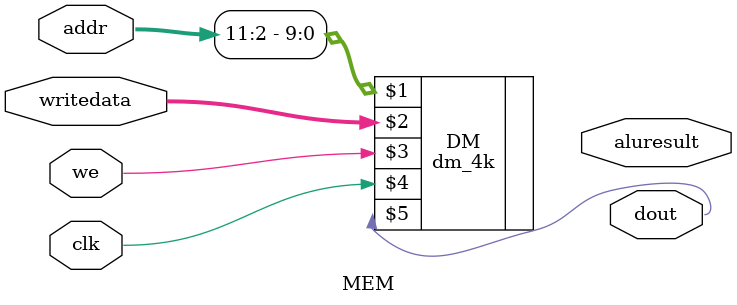
<source format=v>
`timescale 1ns / 1ps


module MEM(
    input   [31:0]addr,
    input   [31:0]writedata,
    input   we,
    input   clk,
    output  dout,
    output  [31:0]aluresult
    );

    dm_4k DM(addr[11:2],writedata[31:0],we,clk,dout);
endmodule

</source>
